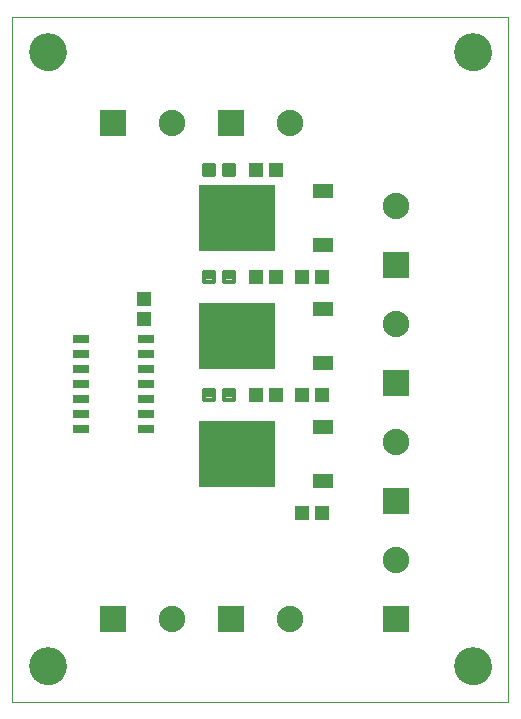
<source format=gts>
G75*
%MOIN*%
%OFA0B0*%
%FSLAX25Y25*%
%IPPOS*%
%LPD*%
%AMOC8*
5,1,8,0,0,1.08239X$1,22.5*
%
%ADD10C,0.00000*%
%ADD11C,0.12611*%
%ADD12R,0.08800X0.08800*%
%ADD13C,0.08800*%
%ADD14R,0.05524X0.02769*%
%ADD15R,0.05131X0.04737*%
%ADD16C,0.01421*%
%ADD17R,0.04737X0.05131*%
%ADD18R,0.25209X0.22060*%
%ADD19R,0.07099X0.04737*%
D10*
X0002969Y0002969D02*
X0002969Y0231315D01*
X0168323Y0231315D01*
X0168323Y0002969D01*
X0002969Y0002969D01*
X0008874Y0014780D02*
X0008876Y0014933D01*
X0008882Y0015087D01*
X0008892Y0015240D01*
X0008906Y0015392D01*
X0008924Y0015545D01*
X0008946Y0015696D01*
X0008971Y0015847D01*
X0009001Y0015998D01*
X0009035Y0016148D01*
X0009072Y0016296D01*
X0009113Y0016444D01*
X0009158Y0016590D01*
X0009207Y0016736D01*
X0009260Y0016880D01*
X0009316Y0017022D01*
X0009376Y0017163D01*
X0009440Y0017303D01*
X0009507Y0017441D01*
X0009578Y0017577D01*
X0009653Y0017711D01*
X0009730Y0017843D01*
X0009812Y0017973D01*
X0009896Y0018101D01*
X0009984Y0018227D01*
X0010075Y0018350D01*
X0010169Y0018471D01*
X0010267Y0018589D01*
X0010367Y0018705D01*
X0010471Y0018818D01*
X0010577Y0018929D01*
X0010686Y0019037D01*
X0010798Y0019142D01*
X0010912Y0019243D01*
X0011030Y0019342D01*
X0011149Y0019438D01*
X0011271Y0019531D01*
X0011396Y0019620D01*
X0011523Y0019707D01*
X0011652Y0019789D01*
X0011783Y0019869D01*
X0011916Y0019945D01*
X0012051Y0020018D01*
X0012188Y0020087D01*
X0012327Y0020152D01*
X0012467Y0020214D01*
X0012609Y0020272D01*
X0012752Y0020327D01*
X0012897Y0020378D01*
X0013043Y0020425D01*
X0013190Y0020468D01*
X0013338Y0020507D01*
X0013487Y0020543D01*
X0013637Y0020574D01*
X0013788Y0020602D01*
X0013939Y0020626D01*
X0014092Y0020646D01*
X0014244Y0020662D01*
X0014397Y0020674D01*
X0014550Y0020682D01*
X0014703Y0020686D01*
X0014857Y0020686D01*
X0015010Y0020682D01*
X0015163Y0020674D01*
X0015316Y0020662D01*
X0015468Y0020646D01*
X0015621Y0020626D01*
X0015772Y0020602D01*
X0015923Y0020574D01*
X0016073Y0020543D01*
X0016222Y0020507D01*
X0016370Y0020468D01*
X0016517Y0020425D01*
X0016663Y0020378D01*
X0016808Y0020327D01*
X0016951Y0020272D01*
X0017093Y0020214D01*
X0017233Y0020152D01*
X0017372Y0020087D01*
X0017509Y0020018D01*
X0017644Y0019945D01*
X0017777Y0019869D01*
X0017908Y0019789D01*
X0018037Y0019707D01*
X0018164Y0019620D01*
X0018289Y0019531D01*
X0018411Y0019438D01*
X0018530Y0019342D01*
X0018648Y0019243D01*
X0018762Y0019142D01*
X0018874Y0019037D01*
X0018983Y0018929D01*
X0019089Y0018818D01*
X0019193Y0018705D01*
X0019293Y0018589D01*
X0019391Y0018471D01*
X0019485Y0018350D01*
X0019576Y0018227D01*
X0019664Y0018101D01*
X0019748Y0017973D01*
X0019830Y0017843D01*
X0019907Y0017711D01*
X0019982Y0017577D01*
X0020053Y0017441D01*
X0020120Y0017303D01*
X0020184Y0017163D01*
X0020244Y0017022D01*
X0020300Y0016880D01*
X0020353Y0016736D01*
X0020402Y0016590D01*
X0020447Y0016444D01*
X0020488Y0016296D01*
X0020525Y0016148D01*
X0020559Y0015998D01*
X0020589Y0015847D01*
X0020614Y0015696D01*
X0020636Y0015545D01*
X0020654Y0015392D01*
X0020668Y0015240D01*
X0020678Y0015087D01*
X0020684Y0014933D01*
X0020686Y0014780D01*
X0020684Y0014627D01*
X0020678Y0014473D01*
X0020668Y0014320D01*
X0020654Y0014168D01*
X0020636Y0014015D01*
X0020614Y0013864D01*
X0020589Y0013713D01*
X0020559Y0013562D01*
X0020525Y0013412D01*
X0020488Y0013264D01*
X0020447Y0013116D01*
X0020402Y0012970D01*
X0020353Y0012824D01*
X0020300Y0012680D01*
X0020244Y0012538D01*
X0020184Y0012397D01*
X0020120Y0012257D01*
X0020053Y0012119D01*
X0019982Y0011983D01*
X0019907Y0011849D01*
X0019830Y0011717D01*
X0019748Y0011587D01*
X0019664Y0011459D01*
X0019576Y0011333D01*
X0019485Y0011210D01*
X0019391Y0011089D01*
X0019293Y0010971D01*
X0019193Y0010855D01*
X0019089Y0010742D01*
X0018983Y0010631D01*
X0018874Y0010523D01*
X0018762Y0010418D01*
X0018648Y0010317D01*
X0018530Y0010218D01*
X0018411Y0010122D01*
X0018289Y0010029D01*
X0018164Y0009940D01*
X0018037Y0009853D01*
X0017908Y0009771D01*
X0017777Y0009691D01*
X0017644Y0009615D01*
X0017509Y0009542D01*
X0017372Y0009473D01*
X0017233Y0009408D01*
X0017093Y0009346D01*
X0016951Y0009288D01*
X0016808Y0009233D01*
X0016663Y0009182D01*
X0016517Y0009135D01*
X0016370Y0009092D01*
X0016222Y0009053D01*
X0016073Y0009017D01*
X0015923Y0008986D01*
X0015772Y0008958D01*
X0015621Y0008934D01*
X0015468Y0008914D01*
X0015316Y0008898D01*
X0015163Y0008886D01*
X0015010Y0008878D01*
X0014857Y0008874D01*
X0014703Y0008874D01*
X0014550Y0008878D01*
X0014397Y0008886D01*
X0014244Y0008898D01*
X0014092Y0008914D01*
X0013939Y0008934D01*
X0013788Y0008958D01*
X0013637Y0008986D01*
X0013487Y0009017D01*
X0013338Y0009053D01*
X0013190Y0009092D01*
X0013043Y0009135D01*
X0012897Y0009182D01*
X0012752Y0009233D01*
X0012609Y0009288D01*
X0012467Y0009346D01*
X0012327Y0009408D01*
X0012188Y0009473D01*
X0012051Y0009542D01*
X0011916Y0009615D01*
X0011783Y0009691D01*
X0011652Y0009771D01*
X0011523Y0009853D01*
X0011396Y0009940D01*
X0011271Y0010029D01*
X0011149Y0010122D01*
X0011030Y0010218D01*
X0010912Y0010317D01*
X0010798Y0010418D01*
X0010686Y0010523D01*
X0010577Y0010631D01*
X0010471Y0010742D01*
X0010367Y0010855D01*
X0010267Y0010971D01*
X0010169Y0011089D01*
X0010075Y0011210D01*
X0009984Y0011333D01*
X0009896Y0011459D01*
X0009812Y0011587D01*
X0009730Y0011717D01*
X0009653Y0011849D01*
X0009578Y0011983D01*
X0009507Y0012119D01*
X0009440Y0012257D01*
X0009376Y0012397D01*
X0009316Y0012538D01*
X0009260Y0012680D01*
X0009207Y0012824D01*
X0009158Y0012970D01*
X0009113Y0013116D01*
X0009072Y0013264D01*
X0009035Y0013412D01*
X0009001Y0013562D01*
X0008971Y0013713D01*
X0008946Y0013864D01*
X0008924Y0014015D01*
X0008906Y0014168D01*
X0008892Y0014320D01*
X0008882Y0014473D01*
X0008876Y0014627D01*
X0008874Y0014780D01*
X0150606Y0014780D02*
X0150608Y0014933D01*
X0150614Y0015087D01*
X0150624Y0015240D01*
X0150638Y0015392D01*
X0150656Y0015545D01*
X0150678Y0015696D01*
X0150703Y0015847D01*
X0150733Y0015998D01*
X0150767Y0016148D01*
X0150804Y0016296D01*
X0150845Y0016444D01*
X0150890Y0016590D01*
X0150939Y0016736D01*
X0150992Y0016880D01*
X0151048Y0017022D01*
X0151108Y0017163D01*
X0151172Y0017303D01*
X0151239Y0017441D01*
X0151310Y0017577D01*
X0151385Y0017711D01*
X0151462Y0017843D01*
X0151544Y0017973D01*
X0151628Y0018101D01*
X0151716Y0018227D01*
X0151807Y0018350D01*
X0151901Y0018471D01*
X0151999Y0018589D01*
X0152099Y0018705D01*
X0152203Y0018818D01*
X0152309Y0018929D01*
X0152418Y0019037D01*
X0152530Y0019142D01*
X0152644Y0019243D01*
X0152762Y0019342D01*
X0152881Y0019438D01*
X0153003Y0019531D01*
X0153128Y0019620D01*
X0153255Y0019707D01*
X0153384Y0019789D01*
X0153515Y0019869D01*
X0153648Y0019945D01*
X0153783Y0020018D01*
X0153920Y0020087D01*
X0154059Y0020152D01*
X0154199Y0020214D01*
X0154341Y0020272D01*
X0154484Y0020327D01*
X0154629Y0020378D01*
X0154775Y0020425D01*
X0154922Y0020468D01*
X0155070Y0020507D01*
X0155219Y0020543D01*
X0155369Y0020574D01*
X0155520Y0020602D01*
X0155671Y0020626D01*
X0155824Y0020646D01*
X0155976Y0020662D01*
X0156129Y0020674D01*
X0156282Y0020682D01*
X0156435Y0020686D01*
X0156589Y0020686D01*
X0156742Y0020682D01*
X0156895Y0020674D01*
X0157048Y0020662D01*
X0157200Y0020646D01*
X0157353Y0020626D01*
X0157504Y0020602D01*
X0157655Y0020574D01*
X0157805Y0020543D01*
X0157954Y0020507D01*
X0158102Y0020468D01*
X0158249Y0020425D01*
X0158395Y0020378D01*
X0158540Y0020327D01*
X0158683Y0020272D01*
X0158825Y0020214D01*
X0158965Y0020152D01*
X0159104Y0020087D01*
X0159241Y0020018D01*
X0159376Y0019945D01*
X0159509Y0019869D01*
X0159640Y0019789D01*
X0159769Y0019707D01*
X0159896Y0019620D01*
X0160021Y0019531D01*
X0160143Y0019438D01*
X0160262Y0019342D01*
X0160380Y0019243D01*
X0160494Y0019142D01*
X0160606Y0019037D01*
X0160715Y0018929D01*
X0160821Y0018818D01*
X0160925Y0018705D01*
X0161025Y0018589D01*
X0161123Y0018471D01*
X0161217Y0018350D01*
X0161308Y0018227D01*
X0161396Y0018101D01*
X0161480Y0017973D01*
X0161562Y0017843D01*
X0161639Y0017711D01*
X0161714Y0017577D01*
X0161785Y0017441D01*
X0161852Y0017303D01*
X0161916Y0017163D01*
X0161976Y0017022D01*
X0162032Y0016880D01*
X0162085Y0016736D01*
X0162134Y0016590D01*
X0162179Y0016444D01*
X0162220Y0016296D01*
X0162257Y0016148D01*
X0162291Y0015998D01*
X0162321Y0015847D01*
X0162346Y0015696D01*
X0162368Y0015545D01*
X0162386Y0015392D01*
X0162400Y0015240D01*
X0162410Y0015087D01*
X0162416Y0014933D01*
X0162418Y0014780D01*
X0162416Y0014627D01*
X0162410Y0014473D01*
X0162400Y0014320D01*
X0162386Y0014168D01*
X0162368Y0014015D01*
X0162346Y0013864D01*
X0162321Y0013713D01*
X0162291Y0013562D01*
X0162257Y0013412D01*
X0162220Y0013264D01*
X0162179Y0013116D01*
X0162134Y0012970D01*
X0162085Y0012824D01*
X0162032Y0012680D01*
X0161976Y0012538D01*
X0161916Y0012397D01*
X0161852Y0012257D01*
X0161785Y0012119D01*
X0161714Y0011983D01*
X0161639Y0011849D01*
X0161562Y0011717D01*
X0161480Y0011587D01*
X0161396Y0011459D01*
X0161308Y0011333D01*
X0161217Y0011210D01*
X0161123Y0011089D01*
X0161025Y0010971D01*
X0160925Y0010855D01*
X0160821Y0010742D01*
X0160715Y0010631D01*
X0160606Y0010523D01*
X0160494Y0010418D01*
X0160380Y0010317D01*
X0160262Y0010218D01*
X0160143Y0010122D01*
X0160021Y0010029D01*
X0159896Y0009940D01*
X0159769Y0009853D01*
X0159640Y0009771D01*
X0159509Y0009691D01*
X0159376Y0009615D01*
X0159241Y0009542D01*
X0159104Y0009473D01*
X0158965Y0009408D01*
X0158825Y0009346D01*
X0158683Y0009288D01*
X0158540Y0009233D01*
X0158395Y0009182D01*
X0158249Y0009135D01*
X0158102Y0009092D01*
X0157954Y0009053D01*
X0157805Y0009017D01*
X0157655Y0008986D01*
X0157504Y0008958D01*
X0157353Y0008934D01*
X0157200Y0008914D01*
X0157048Y0008898D01*
X0156895Y0008886D01*
X0156742Y0008878D01*
X0156589Y0008874D01*
X0156435Y0008874D01*
X0156282Y0008878D01*
X0156129Y0008886D01*
X0155976Y0008898D01*
X0155824Y0008914D01*
X0155671Y0008934D01*
X0155520Y0008958D01*
X0155369Y0008986D01*
X0155219Y0009017D01*
X0155070Y0009053D01*
X0154922Y0009092D01*
X0154775Y0009135D01*
X0154629Y0009182D01*
X0154484Y0009233D01*
X0154341Y0009288D01*
X0154199Y0009346D01*
X0154059Y0009408D01*
X0153920Y0009473D01*
X0153783Y0009542D01*
X0153648Y0009615D01*
X0153515Y0009691D01*
X0153384Y0009771D01*
X0153255Y0009853D01*
X0153128Y0009940D01*
X0153003Y0010029D01*
X0152881Y0010122D01*
X0152762Y0010218D01*
X0152644Y0010317D01*
X0152530Y0010418D01*
X0152418Y0010523D01*
X0152309Y0010631D01*
X0152203Y0010742D01*
X0152099Y0010855D01*
X0151999Y0010971D01*
X0151901Y0011089D01*
X0151807Y0011210D01*
X0151716Y0011333D01*
X0151628Y0011459D01*
X0151544Y0011587D01*
X0151462Y0011717D01*
X0151385Y0011849D01*
X0151310Y0011983D01*
X0151239Y0012119D01*
X0151172Y0012257D01*
X0151108Y0012397D01*
X0151048Y0012538D01*
X0150992Y0012680D01*
X0150939Y0012824D01*
X0150890Y0012970D01*
X0150845Y0013116D01*
X0150804Y0013264D01*
X0150767Y0013412D01*
X0150733Y0013562D01*
X0150703Y0013713D01*
X0150678Y0013864D01*
X0150656Y0014015D01*
X0150638Y0014168D01*
X0150624Y0014320D01*
X0150614Y0014473D01*
X0150608Y0014627D01*
X0150606Y0014780D01*
X0150606Y0219504D02*
X0150608Y0219657D01*
X0150614Y0219811D01*
X0150624Y0219964D01*
X0150638Y0220116D01*
X0150656Y0220269D01*
X0150678Y0220420D01*
X0150703Y0220571D01*
X0150733Y0220722D01*
X0150767Y0220872D01*
X0150804Y0221020D01*
X0150845Y0221168D01*
X0150890Y0221314D01*
X0150939Y0221460D01*
X0150992Y0221604D01*
X0151048Y0221746D01*
X0151108Y0221887D01*
X0151172Y0222027D01*
X0151239Y0222165D01*
X0151310Y0222301D01*
X0151385Y0222435D01*
X0151462Y0222567D01*
X0151544Y0222697D01*
X0151628Y0222825D01*
X0151716Y0222951D01*
X0151807Y0223074D01*
X0151901Y0223195D01*
X0151999Y0223313D01*
X0152099Y0223429D01*
X0152203Y0223542D01*
X0152309Y0223653D01*
X0152418Y0223761D01*
X0152530Y0223866D01*
X0152644Y0223967D01*
X0152762Y0224066D01*
X0152881Y0224162D01*
X0153003Y0224255D01*
X0153128Y0224344D01*
X0153255Y0224431D01*
X0153384Y0224513D01*
X0153515Y0224593D01*
X0153648Y0224669D01*
X0153783Y0224742D01*
X0153920Y0224811D01*
X0154059Y0224876D01*
X0154199Y0224938D01*
X0154341Y0224996D01*
X0154484Y0225051D01*
X0154629Y0225102D01*
X0154775Y0225149D01*
X0154922Y0225192D01*
X0155070Y0225231D01*
X0155219Y0225267D01*
X0155369Y0225298D01*
X0155520Y0225326D01*
X0155671Y0225350D01*
X0155824Y0225370D01*
X0155976Y0225386D01*
X0156129Y0225398D01*
X0156282Y0225406D01*
X0156435Y0225410D01*
X0156589Y0225410D01*
X0156742Y0225406D01*
X0156895Y0225398D01*
X0157048Y0225386D01*
X0157200Y0225370D01*
X0157353Y0225350D01*
X0157504Y0225326D01*
X0157655Y0225298D01*
X0157805Y0225267D01*
X0157954Y0225231D01*
X0158102Y0225192D01*
X0158249Y0225149D01*
X0158395Y0225102D01*
X0158540Y0225051D01*
X0158683Y0224996D01*
X0158825Y0224938D01*
X0158965Y0224876D01*
X0159104Y0224811D01*
X0159241Y0224742D01*
X0159376Y0224669D01*
X0159509Y0224593D01*
X0159640Y0224513D01*
X0159769Y0224431D01*
X0159896Y0224344D01*
X0160021Y0224255D01*
X0160143Y0224162D01*
X0160262Y0224066D01*
X0160380Y0223967D01*
X0160494Y0223866D01*
X0160606Y0223761D01*
X0160715Y0223653D01*
X0160821Y0223542D01*
X0160925Y0223429D01*
X0161025Y0223313D01*
X0161123Y0223195D01*
X0161217Y0223074D01*
X0161308Y0222951D01*
X0161396Y0222825D01*
X0161480Y0222697D01*
X0161562Y0222567D01*
X0161639Y0222435D01*
X0161714Y0222301D01*
X0161785Y0222165D01*
X0161852Y0222027D01*
X0161916Y0221887D01*
X0161976Y0221746D01*
X0162032Y0221604D01*
X0162085Y0221460D01*
X0162134Y0221314D01*
X0162179Y0221168D01*
X0162220Y0221020D01*
X0162257Y0220872D01*
X0162291Y0220722D01*
X0162321Y0220571D01*
X0162346Y0220420D01*
X0162368Y0220269D01*
X0162386Y0220116D01*
X0162400Y0219964D01*
X0162410Y0219811D01*
X0162416Y0219657D01*
X0162418Y0219504D01*
X0162416Y0219351D01*
X0162410Y0219197D01*
X0162400Y0219044D01*
X0162386Y0218892D01*
X0162368Y0218739D01*
X0162346Y0218588D01*
X0162321Y0218437D01*
X0162291Y0218286D01*
X0162257Y0218136D01*
X0162220Y0217988D01*
X0162179Y0217840D01*
X0162134Y0217694D01*
X0162085Y0217548D01*
X0162032Y0217404D01*
X0161976Y0217262D01*
X0161916Y0217121D01*
X0161852Y0216981D01*
X0161785Y0216843D01*
X0161714Y0216707D01*
X0161639Y0216573D01*
X0161562Y0216441D01*
X0161480Y0216311D01*
X0161396Y0216183D01*
X0161308Y0216057D01*
X0161217Y0215934D01*
X0161123Y0215813D01*
X0161025Y0215695D01*
X0160925Y0215579D01*
X0160821Y0215466D01*
X0160715Y0215355D01*
X0160606Y0215247D01*
X0160494Y0215142D01*
X0160380Y0215041D01*
X0160262Y0214942D01*
X0160143Y0214846D01*
X0160021Y0214753D01*
X0159896Y0214664D01*
X0159769Y0214577D01*
X0159640Y0214495D01*
X0159509Y0214415D01*
X0159376Y0214339D01*
X0159241Y0214266D01*
X0159104Y0214197D01*
X0158965Y0214132D01*
X0158825Y0214070D01*
X0158683Y0214012D01*
X0158540Y0213957D01*
X0158395Y0213906D01*
X0158249Y0213859D01*
X0158102Y0213816D01*
X0157954Y0213777D01*
X0157805Y0213741D01*
X0157655Y0213710D01*
X0157504Y0213682D01*
X0157353Y0213658D01*
X0157200Y0213638D01*
X0157048Y0213622D01*
X0156895Y0213610D01*
X0156742Y0213602D01*
X0156589Y0213598D01*
X0156435Y0213598D01*
X0156282Y0213602D01*
X0156129Y0213610D01*
X0155976Y0213622D01*
X0155824Y0213638D01*
X0155671Y0213658D01*
X0155520Y0213682D01*
X0155369Y0213710D01*
X0155219Y0213741D01*
X0155070Y0213777D01*
X0154922Y0213816D01*
X0154775Y0213859D01*
X0154629Y0213906D01*
X0154484Y0213957D01*
X0154341Y0214012D01*
X0154199Y0214070D01*
X0154059Y0214132D01*
X0153920Y0214197D01*
X0153783Y0214266D01*
X0153648Y0214339D01*
X0153515Y0214415D01*
X0153384Y0214495D01*
X0153255Y0214577D01*
X0153128Y0214664D01*
X0153003Y0214753D01*
X0152881Y0214846D01*
X0152762Y0214942D01*
X0152644Y0215041D01*
X0152530Y0215142D01*
X0152418Y0215247D01*
X0152309Y0215355D01*
X0152203Y0215466D01*
X0152099Y0215579D01*
X0151999Y0215695D01*
X0151901Y0215813D01*
X0151807Y0215934D01*
X0151716Y0216057D01*
X0151628Y0216183D01*
X0151544Y0216311D01*
X0151462Y0216441D01*
X0151385Y0216573D01*
X0151310Y0216707D01*
X0151239Y0216843D01*
X0151172Y0216981D01*
X0151108Y0217121D01*
X0151048Y0217262D01*
X0150992Y0217404D01*
X0150939Y0217548D01*
X0150890Y0217694D01*
X0150845Y0217840D01*
X0150804Y0217988D01*
X0150767Y0218136D01*
X0150733Y0218286D01*
X0150703Y0218437D01*
X0150678Y0218588D01*
X0150656Y0218739D01*
X0150638Y0218892D01*
X0150624Y0219044D01*
X0150614Y0219197D01*
X0150608Y0219351D01*
X0150606Y0219504D01*
X0008874Y0219504D02*
X0008876Y0219657D01*
X0008882Y0219811D01*
X0008892Y0219964D01*
X0008906Y0220116D01*
X0008924Y0220269D01*
X0008946Y0220420D01*
X0008971Y0220571D01*
X0009001Y0220722D01*
X0009035Y0220872D01*
X0009072Y0221020D01*
X0009113Y0221168D01*
X0009158Y0221314D01*
X0009207Y0221460D01*
X0009260Y0221604D01*
X0009316Y0221746D01*
X0009376Y0221887D01*
X0009440Y0222027D01*
X0009507Y0222165D01*
X0009578Y0222301D01*
X0009653Y0222435D01*
X0009730Y0222567D01*
X0009812Y0222697D01*
X0009896Y0222825D01*
X0009984Y0222951D01*
X0010075Y0223074D01*
X0010169Y0223195D01*
X0010267Y0223313D01*
X0010367Y0223429D01*
X0010471Y0223542D01*
X0010577Y0223653D01*
X0010686Y0223761D01*
X0010798Y0223866D01*
X0010912Y0223967D01*
X0011030Y0224066D01*
X0011149Y0224162D01*
X0011271Y0224255D01*
X0011396Y0224344D01*
X0011523Y0224431D01*
X0011652Y0224513D01*
X0011783Y0224593D01*
X0011916Y0224669D01*
X0012051Y0224742D01*
X0012188Y0224811D01*
X0012327Y0224876D01*
X0012467Y0224938D01*
X0012609Y0224996D01*
X0012752Y0225051D01*
X0012897Y0225102D01*
X0013043Y0225149D01*
X0013190Y0225192D01*
X0013338Y0225231D01*
X0013487Y0225267D01*
X0013637Y0225298D01*
X0013788Y0225326D01*
X0013939Y0225350D01*
X0014092Y0225370D01*
X0014244Y0225386D01*
X0014397Y0225398D01*
X0014550Y0225406D01*
X0014703Y0225410D01*
X0014857Y0225410D01*
X0015010Y0225406D01*
X0015163Y0225398D01*
X0015316Y0225386D01*
X0015468Y0225370D01*
X0015621Y0225350D01*
X0015772Y0225326D01*
X0015923Y0225298D01*
X0016073Y0225267D01*
X0016222Y0225231D01*
X0016370Y0225192D01*
X0016517Y0225149D01*
X0016663Y0225102D01*
X0016808Y0225051D01*
X0016951Y0224996D01*
X0017093Y0224938D01*
X0017233Y0224876D01*
X0017372Y0224811D01*
X0017509Y0224742D01*
X0017644Y0224669D01*
X0017777Y0224593D01*
X0017908Y0224513D01*
X0018037Y0224431D01*
X0018164Y0224344D01*
X0018289Y0224255D01*
X0018411Y0224162D01*
X0018530Y0224066D01*
X0018648Y0223967D01*
X0018762Y0223866D01*
X0018874Y0223761D01*
X0018983Y0223653D01*
X0019089Y0223542D01*
X0019193Y0223429D01*
X0019293Y0223313D01*
X0019391Y0223195D01*
X0019485Y0223074D01*
X0019576Y0222951D01*
X0019664Y0222825D01*
X0019748Y0222697D01*
X0019830Y0222567D01*
X0019907Y0222435D01*
X0019982Y0222301D01*
X0020053Y0222165D01*
X0020120Y0222027D01*
X0020184Y0221887D01*
X0020244Y0221746D01*
X0020300Y0221604D01*
X0020353Y0221460D01*
X0020402Y0221314D01*
X0020447Y0221168D01*
X0020488Y0221020D01*
X0020525Y0220872D01*
X0020559Y0220722D01*
X0020589Y0220571D01*
X0020614Y0220420D01*
X0020636Y0220269D01*
X0020654Y0220116D01*
X0020668Y0219964D01*
X0020678Y0219811D01*
X0020684Y0219657D01*
X0020686Y0219504D01*
X0020684Y0219351D01*
X0020678Y0219197D01*
X0020668Y0219044D01*
X0020654Y0218892D01*
X0020636Y0218739D01*
X0020614Y0218588D01*
X0020589Y0218437D01*
X0020559Y0218286D01*
X0020525Y0218136D01*
X0020488Y0217988D01*
X0020447Y0217840D01*
X0020402Y0217694D01*
X0020353Y0217548D01*
X0020300Y0217404D01*
X0020244Y0217262D01*
X0020184Y0217121D01*
X0020120Y0216981D01*
X0020053Y0216843D01*
X0019982Y0216707D01*
X0019907Y0216573D01*
X0019830Y0216441D01*
X0019748Y0216311D01*
X0019664Y0216183D01*
X0019576Y0216057D01*
X0019485Y0215934D01*
X0019391Y0215813D01*
X0019293Y0215695D01*
X0019193Y0215579D01*
X0019089Y0215466D01*
X0018983Y0215355D01*
X0018874Y0215247D01*
X0018762Y0215142D01*
X0018648Y0215041D01*
X0018530Y0214942D01*
X0018411Y0214846D01*
X0018289Y0214753D01*
X0018164Y0214664D01*
X0018037Y0214577D01*
X0017908Y0214495D01*
X0017777Y0214415D01*
X0017644Y0214339D01*
X0017509Y0214266D01*
X0017372Y0214197D01*
X0017233Y0214132D01*
X0017093Y0214070D01*
X0016951Y0214012D01*
X0016808Y0213957D01*
X0016663Y0213906D01*
X0016517Y0213859D01*
X0016370Y0213816D01*
X0016222Y0213777D01*
X0016073Y0213741D01*
X0015923Y0213710D01*
X0015772Y0213682D01*
X0015621Y0213658D01*
X0015468Y0213638D01*
X0015316Y0213622D01*
X0015163Y0213610D01*
X0015010Y0213602D01*
X0014857Y0213598D01*
X0014703Y0213598D01*
X0014550Y0213602D01*
X0014397Y0213610D01*
X0014244Y0213622D01*
X0014092Y0213638D01*
X0013939Y0213658D01*
X0013788Y0213682D01*
X0013637Y0213710D01*
X0013487Y0213741D01*
X0013338Y0213777D01*
X0013190Y0213816D01*
X0013043Y0213859D01*
X0012897Y0213906D01*
X0012752Y0213957D01*
X0012609Y0214012D01*
X0012467Y0214070D01*
X0012327Y0214132D01*
X0012188Y0214197D01*
X0012051Y0214266D01*
X0011916Y0214339D01*
X0011783Y0214415D01*
X0011652Y0214495D01*
X0011523Y0214577D01*
X0011396Y0214664D01*
X0011271Y0214753D01*
X0011149Y0214846D01*
X0011030Y0214942D01*
X0010912Y0215041D01*
X0010798Y0215142D01*
X0010686Y0215247D01*
X0010577Y0215355D01*
X0010471Y0215466D01*
X0010367Y0215579D01*
X0010267Y0215695D01*
X0010169Y0215813D01*
X0010075Y0215934D01*
X0009984Y0216057D01*
X0009896Y0216183D01*
X0009812Y0216311D01*
X0009730Y0216441D01*
X0009653Y0216573D01*
X0009578Y0216707D01*
X0009507Y0216843D01*
X0009440Y0216981D01*
X0009376Y0217121D01*
X0009316Y0217262D01*
X0009260Y0217404D01*
X0009207Y0217548D01*
X0009158Y0217694D01*
X0009113Y0217840D01*
X0009072Y0217988D01*
X0009035Y0218136D01*
X0009001Y0218286D01*
X0008971Y0218437D01*
X0008946Y0218588D01*
X0008924Y0218739D01*
X0008906Y0218892D01*
X0008892Y0219044D01*
X0008882Y0219197D01*
X0008876Y0219351D01*
X0008874Y0219504D01*
D11*
X0014780Y0219504D03*
X0156512Y0219504D03*
X0156512Y0014780D03*
X0014780Y0014780D03*
D12*
X0036433Y0030528D03*
X0075803Y0030528D03*
X0130921Y0030528D03*
X0130921Y0069898D03*
X0130921Y0109268D03*
X0130921Y0148638D03*
X0075803Y0195882D03*
X0036433Y0195882D03*
D13*
X0056118Y0195882D03*
X0095488Y0195882D03*
X0130921Y0168323D03*
X0130921Y0128953D03*
X0130921Y0089583D03*
X0130921Y0050213D03*
X0095488Y0030528D03*
X0056118Y0030528D03*
D14*
X0047378Y0094031D03*
X0047378Y0099031D03*
X0047378Y0104031D03*
X0047378Y0109031D03*
X0047378Y0114031D03*
X0047378Y0119031D03*
X0047378Y0124031D03*
X0025724Y0124031D03*
X0025724Y0119031D03*
X0025724Y0114031D03*
X0025724Y0109031D03*
X0025724Y0104031D03*
X0025724Y0099031D03*
X0025724Y0094031D03*
D15*
X0084268Y0105331D03*
X0090961Y0105331D03*
X0099622Y0105331D03*
X0106315Y0105331D03*
X0106315Y0065961D03*
X0099622Y0065961D03*
X0099622Y0144701D03*
X0106315Y0144701D03*
X0090961Y0144701D03*
X0084268Y0144701D03*
X0084268Y0180134D03*
X0090961Y0180134D03*
D16*
X0073661Y0178476D02*
X0073661Y0181792D01*
X0076977Y0181792D01*
X0076977Y0178476D01*
X0073661Y0178476D01*
X0073661Y0179896D02*
X0076977Y0179896D01*
X0076977Y0181316D02*
X0073661Y0181316D01*
X0066755Y0181792D02*
X0066755Y0178476D01*
X0066755Y0181792D02*
X0070071Y0181792D01*
X0070071Y0178476D01*
X0066755Y0178476D01*
X0066755Y0179896D02*
X0070071Y0179896D01*
X0070071Y0181316D02*
X0066755Y0181316D01*
X0066755Y0146359D02*
X0066755Y0143043D01*
X0066755Y0146359D02*
X0070071Y0146359D01*
X0070071Y0143043D01*
X0066755Y0143043D01*
X0066755Y0144463D02*
X0070071Y0144463D01*
X0070071Y0145883D02*
X0066755Y0145883D01*
X0073661Y0146359D02*
X0073661Y0143043D01*
X0073661Y0146359D02*
X0076977Y0146359D01*
X0076977Y0143043D01*
X0073661Y0143043D01*
X0073661Y0144463D02*
X0076977Y0144463D01*
X0076977Y0145883D02*
X0073661Y0145883D01*
X0073661Y0106989D02*
X0073661Y0103673D01*
X0073661Y0106989D02*
X0076977Y0106989D01*
X0076977Y0103673D01*
X0073661Y0103673D01*
X0073661Y0105093D02*
X0076977Y0105093D01*
X0076977Y0106513D02*
X0073661Y0106513D01*
X0066755Y0106989D02*
X0066755Y0103673D01*
X0066755Y0106989D02*
X0070071Y0106989D01*
X0070071Y0103673D01*
X0066755Y0103673D01*
X0066755Y0105093D02*
X0070071Y0105093D01*
X0070071Y0106513D02*
X0066755Y0106513D01*
D17*
X0046669Y0130724D03*
X0046669Y0137417D03*
D18*
X0077772Y0125016D03*
X0077772Y0164386D03*
X0077772Y0085646D03*
D19*
X0106512Y0094622D03*
X0106512Y0076669D03*
X0106512Y0116039D03*
X0106512Y0133992D03*
X0106512Y0155409D03*
X0106512Y0173362D03*
M02*

</source>
